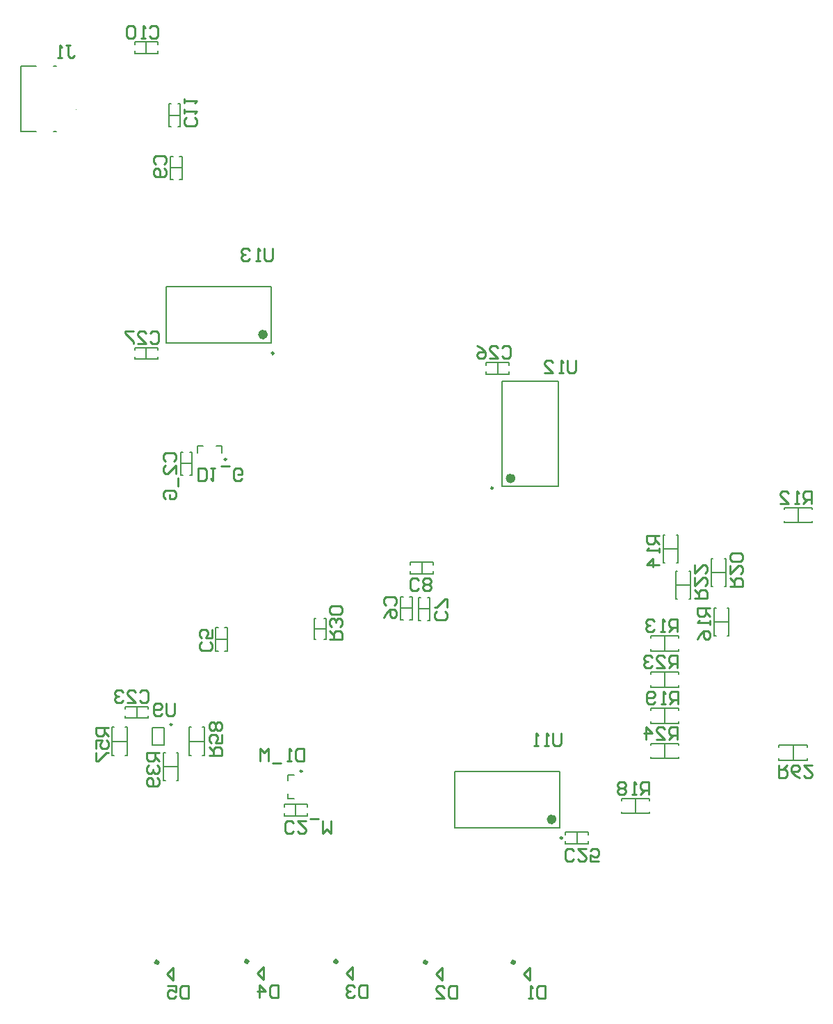
<source format=gbo>
G04*
G04 #@! TF.GenerationSoftware,Altium Limited,Altium Designer,18.1.9 (240)*
G04*
G04 Layer_Color=32896*
%FSLAX25Y25*%
%MOIN*%
G70*
G01*
G75*
%ADD10C,0.00394*%
%ADD11C,0.00984*%
%ADD12C,0.02362*%
%ADD13C,0.01968*%
%ADD14C,0.00591*%
%ADD15C,0.01000*%
%ADD16C,0.00787*%
D10*
X325195Y581772D02*
G03*
X325195Y581772I-197J0D01*
G01*
D11*
X371161Y287205D02*
G03*
X371161Y287205I-492J0D01*
G01*
X433563Y264764D02*
G03*
X433563Y264764I-492J0D01*
G01*
X397244Y414173D02*
G03*
X397244Y414173I-492J0D01*
G01*
X419941Y465059D02*
G03*
X419941Y465059I-492J0D01*
G01*
X525000Y400433D02*
G03*
X525000Y400433I-492J0D01*
G01*
X558327Y232776D02*
G03*
X558327Y232776I-492J0D01*
G01*
D12*
X415945Y474016D02*
G03*
X415945Y474016I-1181J0D01*
G01*
X534646Y405118D02*
G03*
X534646Y405118I-1181J0D01*
G01*
X554331Y241732D02*
G03*
X554331Y241732I-1181J0D01*
G01*
D13*
X364268Y173216D02*
G03*
X364268Y173216I-394J0D01*
G01*
X407378Y173610D02*
G03*
X407378Y173610I-394J0D01*
G01*
X493008Y173216D02*
G03*
X493008Y173216I-394J0D01*
G01*
X535134Y173216D02*
G03*
X535134Y173216I-394J0D01*
G01*
X450095Y173610D02*
G03*
X450095Y173610I-394J0D01*
G01*
D14*
X668898Y270079D02*
Y277165D01*
X675591Y276378D02*
Y277165D01*
X662205D02*
X675591D01*
X662205Y276378D02*
Y277165D01*
X675591Y270079D02*
Y270866D01*
X662205Y270079D02*
X675591D01*
X662205D02*
Y270866D01*
X607480Y287795D02*
Y294882D01*
X600787Y287795D02*
Y288583D01*
Y287795D02*
X614173D01*
Y288583D01*
X600787Y294094D02*
Y294882D01*
X614173D01*
Y294094D02*
Y294882D01*
X480709Y342913D02*
X486221D01*
X480709Y348425D02*
X481890D01*
X480709Y337402D02*
Y348425D01*
Y337402D02*
X481890D01*
X485039D02*
X486221D01*
Y348425D01*
X485039D02*
X486221D01*
X489272Y342579D02*
X494783D01*
X489272Y348091D02*
X490453D01*
X489272Y337067D02*
Y348091D01*
Y337067D02*
X490453D01*
X493602D02*
X494783D01*
Y348091D01*
X493602D02*
X494783D01*
X490945Y359449D02*
Y364961D01*
X496457Y363779D02*
Y364961D01*
X485433D02*
X496457D01*
X485433Y363779D02*
Y364961D01*
Y359449D02*
Y360630D01*
Y359449D02*
X496457D01*
Y360630D01*
X342520Y279134D02*
X349606D01*
X342520Y285827D02*
X343307D01*
X342520Y272441D02*
Y285827D01*
Y272441D02*
X343307D01*
X348819Y285827D02*
X349606D01*
Y272441D02*
Y285827D01*
X348819Y272441D02*
X349606D01*
X367126Y267028D02*
X374213D01*
X367126Y273721D02*
X367913D01*
X367126Y260335D02*
Y273721D01*
Y260335D02*
X367913D01*
X373425Y273721D02*
X374213D01*
Y260335D02*
Y273721D01*
X373425Y260335D02*
X374213D01*
X379528Y279134D02*
X386614D01*
X379528Y285827D02*
X380315D01*
X379528Y272441D02*
Y285827D01*
Y272441D02*
X380315D01*
X385827Y285827D02*
X386614D01*
Y272441D02*
Y285827D01*
X385827Y272441D02*
X386614D01*
X354331Y290158D02*
Y295669D01*
X348819Y290158D02*
Y291339D01*
Y290158D02*
X359842D01*
Y291339D01*
Y294488D02*
Y295669D01*
X348819D02*
X359842D01*
X348819Y294488D02*
Y295669D01*
X430413Y243307D02*
Y248819D01*
X424902Y243307D02*
Y244488D01*
Y243307D02*
X435925D01*
Y244488D01*
Y247638D02*
Y248819D01*
X424902D02*
X435925D01*
X424902Y247638D02*
Y248819D01*
X375295Y412205D02*
X380807D01*
X375295Y417717D02*
X376476D01*
X375295Y406693D02*
Y417717D01*
Y406693D02*
X376476D01*
X379626D02*
X380807D01*
Y417717D01*
X379626D02*
X380807D01*
X392126Y322461D02*
X393307D01*
X392126D02*
Y333484D01*
X393307D01*
X396457D02*
X397638D01*
Y322461D02*
Y333484D01*
X396457Y322461D02*
X397638D01*
X392126Y327972D02*
X397638D01*
X439370Y328071D02*
X440126D01*
X439370D02*
Y338071D01*
X440126D01*
X444126D02*
X444882D01*
Y328071D02*
Y338071D01*
X444126Y328071D02*
X444882D01*
X439370Y333071D02*
X444882D01*
X364311Y608661D02*
Y609842D01*
X353287Y608661D02*
X364311D01*
X353287D02*
Y609842D01*
Y612992D02*
Y614173D01*
X364311D01*
Y612992D02*
Y614173D01*
X358799Y608661D02*
Y614173D01*
X369685Y573622D02*
X370866D01*
X369685D02*
Y584646D01*
X370866D01*
X374016D02*
X375197D01*
Y573622D02*
Y584646D01*
X374016Y573622D02*
X375197D01*
X369685Y579134D02*
X375197D01*
X374803Y559350D02*
X375984D01*
Y548327D02*
Y559350D01*
X374803Y548327D02*
X375984D01*
X370472D02*
X371654D01*
X370472D02*
Y559350D01*
X371654D01*
X370472Y553839D02*
X375984D01*
X532776Y455118D02*
Y456299D01*
X521752Y455118D02*
X532776D01*
X521752D02*
Y456299D01*
Y459449D02*
Y460630D01*
X532776D01*
Y459449D02*
Y460630D01*
X527264Y455118D02*
Y460630D01*
X353346Y466535D02*
Y467717D01*
X364370D01*
Y466535D02*
Y467717D01*
Y462205D02*
Y463386D01*
X353346Y462205D02*
X364370D01*
X353346D02*
Y463386D01*
X358858Y462205D02*
Y467717D01*
X559842Y234350D02*
Y235531D01*
X570866D01*
Y234350D02*
Y235531D01*
Y230020D02*
Y231201D01*
X559842Y230020D02*
X570866D01*
X559842D02*
Y231201D01*
X565354Y230020D02*
Y235531D01*
X614173Y277165D02*
Y277953D01*
X600787D02*
X614173D01*
X600787Y277165D02*
Y277953D01*
X614173Y270866D02*
Y271654D01*
X600787Y270866D02*
X614173D01*
X600787D02*
Y271654D01*
X607480Y270866D02*
Y277953D01*
X612598Y360630D02*
X613386D01*
X612598Y347244D02*
Y360630D01*
Y347244D02*
X613386D01*
X618898Y360630D02*
X619685D01*
Y347244D02*
Y360630D01*
X618898Y347244D02*
X619685D01*
X612598Y353937D02*
X619685D01*
X600000Y250787D02*
Y251575D01*
X586614D02*
X600000D01*
X586614Y250787D02*
Y251575D01*
X600000Y244488D02*
Y245276D01*
X586614Y244488D02*
X600000D01*
X586614D02*
Y245276D01*
X593307Y244488D02*
Y251575D01*
X614173Y328740D02*
Y329528D01*
X600787D02*
X614173D01*
X600787Y328740D02*
Y329528D01*
X614173Y322441D02*
Y323228D01*
X600787Y322441D02*
X614173D01*
X600787D02*
Y323228D01*
X607480Y322441D02*
Y329528D01*
X614173Y311417D02*
Y312205D01*
X600787D02*
X614173D01*
X600787Y311417D02*
Y312205D01*
X614173Y305118D02*
Y305906D01*
X600787Y305118D02*
X614173D01*
X600787D02*
Y305906D01*
X607480Y305118D02*
Y312205D01*
X629685Y366535D02*
X630473D01*
X629685Y353150D02*
Y366535D01*
Y353150D02*
X630473D01*
X635984Y366535D02*
X636772D01*
Y353150D02*
Y366535D01*
X635984Y353150D02*
X636772D01*
X629685Y359842D02*
X636772D01*
X637402Y329528D02*
X638189D01*
Y342913D01*
X637402D02*
X638189D01*
X631102Y329528D02*
X631890D01*
X631102D02*
Y342913D01*
X631890D01*
X631102Y336221D02*
X638189D01*
X664567Y383858D02*
Y384646D01*
Y383858D02*
X677953D01*
Y384646D01*
X664567Y390158D02*
Y390945D01*
X677953D01*
Y390158D02*
Y390945D01*
X671260Y383858D02*
Y390945D01*
X606693Y377953D02*
X607480D01*
X606693Y364567D02*
Y377953D01*
Y364567D02*
X607480D01*
X612992Y377953D02*
X613779D01*
Y364567D02*
Y377953D01*
X612992Y364567D02*
X613779D01*
X606693Y371260D02*
X613779D01*
D15*
X371874Y170217D02*
Y170717D01*
X368874Y167717D02*
X371874Y170717D01*
X368874Y167717D02*
X371874Y164716D01*
Y170217D01*
X414984Y170610D02*
Y171110D01*
X411984Y168110D02*
X414984Y171110D01*
X411984Y168110D02*
X414984Y165110D01*
Y170610D01*
X500614Y170217D02*
Y170717D01*
X497614Y167717D02*
X500614Y170717D01*
X497614Y167717D02*
X500614Y164716D01*
Y170217D01*
X542740Y170217D02*
Y170717D01*
X539740Y167717D02*
X542740Y170717D01*
X539740Y167717D02*
X542740Y164716D01*
Y170217D01*
X457701Y170610D02*
Y171110D01*
X454701Y168110D02*
X457701Y171110D01*
X454701Y168110D02*
X457701Y165110D01*
Y170610D01*
X662205Y267717D02*
Y261719D01*
X665204D01*
X666203Y262718D01*
Y264718D01*
X665204Y265717D01*
X662205D01*
X664204D02*
X666203Y267717D01*
X672201Y261719D02*
X670202Y262718D01*
X668203Y264718D01*
Y266717D01*
X669203Y267717D01*
X671202D01*
X672201Y266717D01*
Y265717D01*
X671202Y264718D01*
X668203D01*
X678200Y267717D02*
X674201D01*
X678200Y263718D01*
Y262718D01*
X677200Y261719D01*
X675201D01*
X674201Y262718D01*
X613779Y296850D02*
Y302849D01*
X610780D01*
X609781Y301849D01*
Y299849D01*
X610780Y298850D01*
X613779D01*
X611780D02*
X609781Y296850D01*
X607782D02*
X605782D01*
X606782D01*
Y302849D01*
X607782Y301849D01*
X602783Y297850D02*
X601783Y296850D01*
X599784D01*
X598784Y297850D01*
Y301849D01*
X599784Y302849D01*
X601783D01*
X602783Y301849D01*
Y300849D01*
X601783Y299849D01*
X598784D01*
X434320Y275751D02*
Y269753D01*
X431321D01*
X430321Y270752D01*
Y274751D01*
X431321Y275751D01*
X434320D01*
X428322Y269753D02*
X426322D01*
X427322D01*
Y275751D01*
X428322Y274751D01*
X423323Y268753D02*
X419324D01*
X417325Y269753D02*
Y275751D01*
X415326Y273751D01*
X413327Y275751D01*
Y269753D01*
X383760Y403844D02*
Y409842D01*
X386759D01*
X387759Y408843D01*
Y404844D01*
X386759Y403844D01*
X383760D01*
X389758Y409842D02*
X391757D01*
X390758D01*
Y403844D01*
X389758Y404844D01*
X394756Y410842D02*
X398755D01*
X404753Y404844D02*
X403753Y403844D01*
X401754D01*
X400754Y404844D01*
Y408843D01*
X401754Y409842D01*
X403753D01*
X404753Y408843D01*
Y406844D01*
X402754D01*
X429294Y235946D02*
X428294Y234947D01*
X426295D01*
X425295Y235946D01*
Y239945D01*
X426295Y240945D01*
X428294D01*
X429294Y239945D01*
X435292Y240945D02*
X431293D01*
X435292Y236946D01*
Y235946D01*
X434292Y234947D01*
X432293D01*
X431293Y235946D01*
X437291Y241945D02*
X441290D01*
X443290Y240945D02*
Y234947D01*
X445289Y236946D01*
X447288Y234947D01*
Y240945D01*
X367935Y413324D02*
X366935Y414324D01*
Y416323D01*
X367935Y417323D01*
X371933D01*
X372933Y416323D01*
Y414324D01*
X371933Y413324D01*
X372933Y407326D02*
Y411325D01*
X368934Y407326D01*
X367935D01*
X366935Y408326D01*
Y410325D01*
X367935Y411325D01*
X373933Y405327D02*
Y401328D01*
X367935Y395330D02*
X366935Y396330D01*
Y398329D01*
X367935Y399329D01*
X371933D01*
X372933Y398329D01*
Y396330D01*
X371933Y395330D01*
X369934D01*
Y397329D01*
X419457Y515323D02*
Y510325D01*
X418458Y509325D01*
X416459D01*
X415459Y510325D01*
Y515323D01*
X413459Y509325D02*
X411460D01*
X412460D01*
Y515323D01*
X413459Y514324D01*
X408461D02*
X407461Y515323D01*
X405462D01*
X404462Y514324D01*
Y513324D01*
X405462Y512324D01*
X406462D01*
X405462D01*
X404462Y511325D01*
Y510325D01*
X405462Y509325D01*
X407461D01*
X408461Y510325D01*
X564737Y461636D02*
Y456637D01*
X563737Y455638D01*
X561738D01*
X560738Y456637D01*
Y461636D01*
X558739Y455638D02*
X556740D01*
X557739D01*
Y461636D01*
X558739Y460636D01*
X549742Y455638D02*
X553741D01*
X549742Y459636D01*
Y460636D01*
X550741Y461636D01*
X552741D01*
X553741Y460636D01*
X557817Y283037D02*
Y278039D01*
X556818Y277039D01*
X554818D01*
X553819Y278039D01*
Y283037D01*
X551819Y277039D02*
X549820D01*
X550820D01*
Y283037D01*
X551819Y282038D01*
X546821Y277039D02*
X544822D01*
X545821D01*
Y283037D01*
X546821Y282038D01*
X372446Y297211D02*
Y292212D01*
X371447Y291213D01*
X369447D01*
X368448Y292212D01*
Y297211D01*
X366448Y292212D02*
X365449Y291213D01*
X363449D01*
X362450Y292212D01*
Y296211D01*
X363449Y297211D01*
X365449D01*
X366448Y296211D01*
Y295211D01*
X365449Y294212D01*
X362450D01*
X388976Y272441D02*
X394974D01*
Y275440D01*
X393975Y276440D01*
X391975D01*
X390976Y275440D01*
Y272441D01*
Y274440D02*
X388976Y276440D01*
X394974Y282438D02*
Y278439D01*
X391975D01*
X392975Y280438D01*
Y281438D01*
X391975Y282438D01*
X389976D01*
X388976Y281438D01*
Y279439D01*
X389976Y278439D01*
X393975Y284437D02*
X394974Y285437D01*
Y287436D01*
X393975Y288436D01*
X392975D01*
X391975Y287436D01*
X390976Y288436D01*
X389976D01*
X388976Y287436D01*
Y285437D01*
X389976Y284437D01*
X390976D01*
X391975Y285437D01*
X392975Y284437D01*
X393975D01*
X391975Y285437D02*
Y287436D01*
X340551Y285630D02*
X334553D01*
Y282631D01*
X335553Y281631D01*
X337552D01*
X338552Y282631D01*
Y285630D01*
Y283631D02*
X340551Y281631D01*
X334553Y275633D02*
Y279632D01*
X337552D01*
X336553Y277632D01*
Y276633D01*
X337552Y275633D01*
X339551D01*
X340551Y276633D01*
Y278632D01*
X339551Y279632D01*
X334553Y273634D02*
Y269635D01*
X335553D01*
X339551Y273634D01*
X340551D01*
X365158Y273721D02*
X359159D01*
Y270722D01*
X360159Y269722D01*
X362158D01*
X363158Y270722D01*
Y273721D01*
Y271721D02*
X365158Y269722D01*
X360159Y267722D02*
X359159Y266723D01*
Y264723D01*
X360159Y263724D01*
X361159D01*
X362158Y264723D01*
Y265723D01*
Y264723D01*
X363158Y263724D01*
X364158D01*
X365158Y264723D01*
Y266723D01*
X364158Y267722D01*
Y261724D02*
X365158Y260725D01*
Y258725D01*
X364158Y257726D01*
X360159D01*
X359159Y258725D01*
Y260725D01*
X360159Y261724D01*
X361159D01*
X362158Y260725D01*
Y257726D01*
X446850Y327972D02*
X452848D01*
Y330972D01*
X451849Y331971D01*
X449849D01*
X448850Y330972D01*
Y327972D01*
Y329972D02*
X446850Y331971D01*
X451849Y333970D02*
X452848Y334970D01*
Y336969D01*
X451849Y337969D01*
X450849D01*
X449849Y336969D01*
Y335970D01*
Y336969D01*
X448850Y337969D01*
X447850D01*
X446850Y336969D01*
Y334970D01*
X447850Y333970D01*
X451849Y339969D02*
X452848Y340968D01*
Y342968D01*
X451849Y343967D01*
X447850D01*
X446850Y342968D01*
Y340968D01*
X447850Y339969D01*
X451849D01*
X613386Y279921D02*
Y285919D01*
X610387D01*
X609387Y284920D01*
Y282920D01*
X610387Y281921D01*
X613386D01*
X611386D02*
X609387Y279921D01*
X603389D02*
X607388D01*
X603389Y283920D01*
Y284920D01*
X604389Y285919D01*
X606388D01*
X607388Y284920D01*
X598391Y279921D02*
Y285919D01*
X601390Y282920D01*
X597391D01*
X613386Y314173D02*
Y320171D01*
X610387D01*
X609387Y319172D01*
Y317172D01*
X610387Y316173D01*
X613386D01*
X611386D02*
X609387Y314173D01*
X603389D02*
X607388D01*
X603389Y318172D01*
Y319172D01*
X604389Y320171D01*
X606388D01*
X607388Y319172D01*
X601390D02*
X600390Y320171D01*
X598391D01*
X597391Y319172D01*
Y318172D01*
X598391Y317172D01*
X599390D01*
X598391D01*
X597391Y316173D01*
Y315173D01*
X598391Y314173D01*
X600390D01*
X601390Y315173D01*
X621654Y347638D02*
X627652D01*
Y350637D01*
X626652Y351637D01*
X624653D01*
X623653Y350637D01*
Y347638D01*
Y349637D02*
X621654Y351637D01*
Y357635D02*
Y353636D01*
X625652Y357635D01*
X626652D01*
X627652Y356635D01*
Y354636D01*
X626652Y353636D01*
X621654Y363633D02*
Y359634D01*
X625652Y363633D01*
X626652D01*
X627652Y362633D01*
Y360634D01*
X626652Y359634D01*
X638740Y353150D02*
X644738D01*
Y356149D01*
X643739Y357148D01*
X641739D01*
X640740Y356149D01*
Y353150D01*
Y355149D02*
X638740Y357148D01*
Y363146D02*
Y359148D01*
X642739Y363146D01*
X643739D01*
X644738Y362147D01*
Y360147D01*
X643739Y359148D01*
Y365146D02*
X644738Y366145D01*
Y368145D01*
X643739Y369144D01*
X639740D01*
X638740Y368145D01*
Y366145D01*
X639740Y365146D01*
X643739D01*
X599606Y253543D02*
Y259541D01*
X596607D01*
X595608Y258542D01*
Y256542D01*
X596607Y255543D01*
X599606D01*
X597607D02*
X595608Y253543D01*
X593608D02*
X591609D01*
X592609D01*
Y259541D01*
X593608Y258542D01*
X588610D02*
X587610Y259541D01*
X585611D01*
X584611Y258542D01*
Y257542D01*
X585611Y256542D01*
X584611Y255543D01*
Y254543D01*
X585611Y253543D01*
X587610D01*
X588610Y254543D01*
Y255543D01*
X587610Y256542D01*
X588610Y257542D01*
Y258542D01*
X587610Y256542D02*
X585611D01*
X629134Y342913D02*
X623136D01*
Y339914D01*
X624135Y338915D01*
X626135D01*
X627135Y339914D01*
Y342913D01*
Y340914D02*
X629134Y338915D01*
Y336915D02*
Y334916D01*
Y335916D01*
X623136D01*
X624135Y336915D01*
X623136Y327918D02*
X624135Y329918D01*
X626135Y331917D01*
X628134D01*
X629134Y330917D01*
Y328918D01*
X628134Y327918D01*
X627135D01*
X626135Y328918D01*
Y331917D01*
X604724Y377559D02*
X598726D01*
Y374560D01*
X599726Y373560D01*
X601725D01*
X602725Y374560D01*
Y377559D01*
Y375560D02*
X604724Y373560D01*
Y371561D02*
Y369562D01*
Y370561D01*
X598726D01*
X599726Y371561D01*
X604724Y363564D02*
X598726D01*
X601725Y366563D01*
Y362564D01*
X613386Y331496D02*
Y337494D01*
X610387D01*
X609387Y336494D01*
Y334495D01*
X610387Y333495D01*
X613386D01*
X611386D02*
X609387Y331496D01*
X607388D02*
X605388D01*
X606388D01*
Y337494D01*
X607388Y336494D01*
X602389D02*
X601390Y337494D01*
X599390D01*
X598391Y336494D01*
Y335495D01*
X599390Y334495D01*
X600390D01*
X599390D01*
X598391Y333495D01*
Y332496D01*
X599390Y331496D01*
X601390D01*
X602389Y332496D01*
X677559Y392913D02*
Y398911D01*
X674560D01*
X673560Y397912D01*
Y395912D01*
X674560Y394913D01*
X677559D01*
X675560D02*
X673560Y392913D01*
X671561D02*
X669562D01*
X670561D01*
Y398911D01*
X671561Y397912D01*
X662564Y392913D02*
X666563D01*
X662564Y396912D01*
Y397912D01*
X663564Y398911D01*
X665563D01*
X666563Y397912D01*
X320385Y612685D02*
X322384D01*
X321384D01*
Y607687D01*
X322384Y606687D01*
X323384D01*
X324383Y607687D01*
X318385Y606687D02*
X316386D01*
X317386D01*
Y612685D01*
X318385Y611686D01*
X379189Y161821D02*
Y155823D01*
X376190D01*
X375190Y156823D01*
Y160821D01*
X376190Y161821D01*
X379189D01*
X369192D02*
X373191D01*
Y158822D01*
X371192Y159822D01*
X370192D01*
X369192Y158822D01*
Y156823D01*
X370192Y155823D01*
X372191D01*
X373191Y156823D01*
X422146Y162297D02*
Y156299D01*
X419147D01*
X418147Y157299D01*
Y161298D01*
X419147Y162297D01*
X422146D01*
X413149Y156299D02*
Y162297D01*
X416148Y159298D01*
X412149D01*
X464862Y162297D02*
Y156299D01*
X461863D01*
X460863Y157299D01*
Y161298D01*
X461863Y162297D01*
X464862D01*
X458864Y161298D02*
X457865Y162297D01*
X455865D01*
X454865Y161298D01*
Y160298D01*
X455865Y159298D01*
X456865D01*
X455865D01*
X454865Y158299D01*
Y157299D01*
X455865Y156299D01*
X457865D01*
X458864Y157299D01*
X507677Y161904D02*
Y155905D01*
X504678D01*
X503679Y156905D01*
Y160904D01*
X504678Y161904D01*
X507677D01*
X497680Y155905D02*
X501679D01*
X497680Y159904D01*
Y160904D01*
X498680Y161904D01*
X500679D01*
X501679Y160904D01*
X549902Y161904D02*
Y155905D01*
X546903D01*
X545903Y156905D01*
Y160904D01*
X546903Y161904D01*
X549902D01*
X543903Y155905D02*
X541904D01*
X542904D01*
Y161904D01*
X543903Y160904D01*
X360765Y474683D02*
X361765Y475683D01*
X363764D01*
X364764Y474683D01*
Y470685D01*
X363764Y469685D01*
X361765D01*
X360765Y470685D01*
X354767Y469685D02*
X358766D01*
X354767Y473684D01*
Y474683D01*
X355767Y475683D01*
X357766D01*
X358766Y474683D01*
X352768Y475683D02*
X348769D01*
Y474683D01*
X352768Y470685D01*
Y469685D01*
X529367Y467597D02*
X530367Y468597D01*
X532367D01*
X533366Y467597D01*
Y463598D01*
X532367Y462598D01*
X530367D01*
X529367Y463598D01*
X523369Y462598D02*
X527368D01*
X523369Y466597D01*
Y467597D01*
X524369Y468597D01*
X526368D01*
X527368Y467597D01*
X517371Y468597D02*
X519371Y467597D01*
X521370Y465597D01*
Y463598D01*
X520370Y462598D01*
X518371D01*
X517371Y463598D01*
Y464598D01*
X518371Y465597D01*
X521370D01*
X563841Y222659D02*
X562842Y221659D01*
X560842D01*
X559842Y222659D01*
Y226658D01*
X560842Y227658D01*
X562842D01*
X563841Y226658D01*
X569839Y227658D02*
X565841D01*
X569839Y223659D01*
Y222659D01*
X568840Y221659D01*
X566840D01*
X565841Y222659D01*
X575837Y221659D02*
X571839D01*
Y224658D01*
X573838Y223659D01*
X574838D01*
X575837Y224658D01*
Y226658D01*
X574838Y227658D01*
X572838D01*
X571839Y226658D01*
X355844Y302636D02*
X356843Y303636D01*
X358843D01*
X359842Y302636D01*
Y298638D01*
X358843Y297638D01*
X356843D01*
X355844Y298638D01*
X349846Y297638D02*
X353844D01*
X349846Y301637D01*
Y302636D01*
X350845Y303636D01*
X352845D01*
X353844Y302636D01*
X347846D02*
X346847Y303636D01*
X344847D01*
X343848Y302636D01*
Y301637D01*
X344847Y300637D01*
X345847D01*
X344847D01*
X343848Y299637D01*
Y298638D01*
X344847Y297638D01*
X346847D01*
X347846Y298638D01*
X382164Y578014D02*
X383163Y577015D01*
Y575015D01*
X382164Y574016D01*
X378165D01*
X377165Y575015D01*
Y577015D01*
X378165Y578014D01*
X377165Y580014D02*
Y582013D01*
Y581013D01*
X383163D01*
X382164Y580014D01*
X377165Y585012D02*
Y587011D01*
Y586012D01*
X383163D01*
X382164Y585012D01*
X360312Y621042D02*
X361312Y622041D01*
X363311D01*
X364311Y621042D01*
Y617043D01*
X363311Y616043D01*
X361312D01*
X360312Y617043D01*
X358313Y616043D02*
X356314D01*
X357313D01*
Y622041D01*
X358313Y621042D01*
X353315D02*
X352315Y622041D01*
X350315D01*
X349316Y621042D01*
Y617043D01*
X350315Y616043D01*
X352315D01*
X353315Y617043D01*
Y621042D01*
X363506Y555745D02*
X362506Y556745D01*
Y558744D01*
X363506Y559744D01*
X367504D01*
X368504Y558744D01*
Y556745D01*
X367504Y555745D01*
Y553746D02*
X368504Y552746D01*
Y550747D01*
X367504Y549747D01*
X363506D01*
X362506Y550747D01*
Y552746D01*
X363506Y553746D01*
X364505D01*
X365505Y552746D01*
Y549747D01*
X489432Y352383D02*
X488432Y351384D01*
X486433D01*
X485433Y352383D01*
Y356382D01*
X486433Y357382D01*
X488432D01*
X489432Y356382D01*
X491431Y352383D02*
X492431Y351384D01*
X494430D01*
X495430Y352383D01*
Y353383D01*
X494430Y354383D01*
X495430Y355383D01*
Y356382D01*
X494430Y357382D01*
X492431D01*
X491431Y356382D01*
Y355383D01*
X492431Y354383D01*
X491431Y353383D01*
Y352383D01*
X492431Y354383D02*
X494430D01*
X501947Y341164D02*
X502947Y340164D01*
Y338165D01*
X501947Y337165D01*
X497949D01*
X496949Y338165D01*
Y340164D01*
X497949Y341164D01*
X502947Y343163D02*
Y347162D01*
X501947D01*
X497949Y343163D01*
X496949D01*
X473742Y344426D02*
X472742Y345426D01*
Y347426D01*
X473742Y348425D01*
X477740D01*
X478740Y347426D01*
Y345426D01*
X477740Y344426D01*
X472742Y338428D02*
X473742Y340428D01*
X475741Y342427D01*
X477740D01*
X478740Y341427D01*
Y339428D01*
X477740Y338428D01*
X476741D01*
X475741Y339428D01*
Y342427D01*
X389250Y326676D02*
X390250Y325676D01*
Y323677D01*
X389250Y322677D01*
X385252D01*
X384252Y323677D01*
Y325676D01*
X385252Y326676D01*
X390250Y332674D02*
Y328675D01*
X387251D01*
X388251Y330675D01*
Y331674D01*
X387251Y332674D01*
X385252D01*
X384252Y331674D01*
Y329675D01*
X385252Y328675D01*
D16*
X361811Y277362D02*
X367323D01*
X361811Y285630D02*
X367323D01*
X361811Y277362D02*
Y285630D01*
X367323Y277362D02*
Y285630D01*
X426575Y251535D02*
Y254134D01*
Y251535D02*
X429783D01*
X426575Y260433D02*
Y263032D01*
X429783D01*
X383524Y420669D02*
X386122D01*
X383524Y417461D02*
Y420669D01*
X392421D02*
X395020D01*
Y417461D02*
Y420669D01*
X314370Y571142D02*
X315551D01*
X298622D02*
X306102D01*
X298622Y602638D02*
X306102D01*
X298622Y571142D02*
Y602638D01*
X314370D02*
X315551D01*
X368307Y470079D02*
X418701D01*
X368307Y496850D02*
X418701D01*
Y470079D02*
Y496850D01*
X368307Y470079D02*
Y496850D01*
X529528Y451575D02*
X556299D01*
X529528Y401181D02*
X556299D01*
Y451575D01*
X529528Y401181D02*
Y451575D01*
X506693Y237795D02*
X557087D01*
X506693Y264567D02*
X557087D01*
Y237795D02*
Y264567D01*
X506693Y237795D02*
Y264567D01*
M02*

</source>
